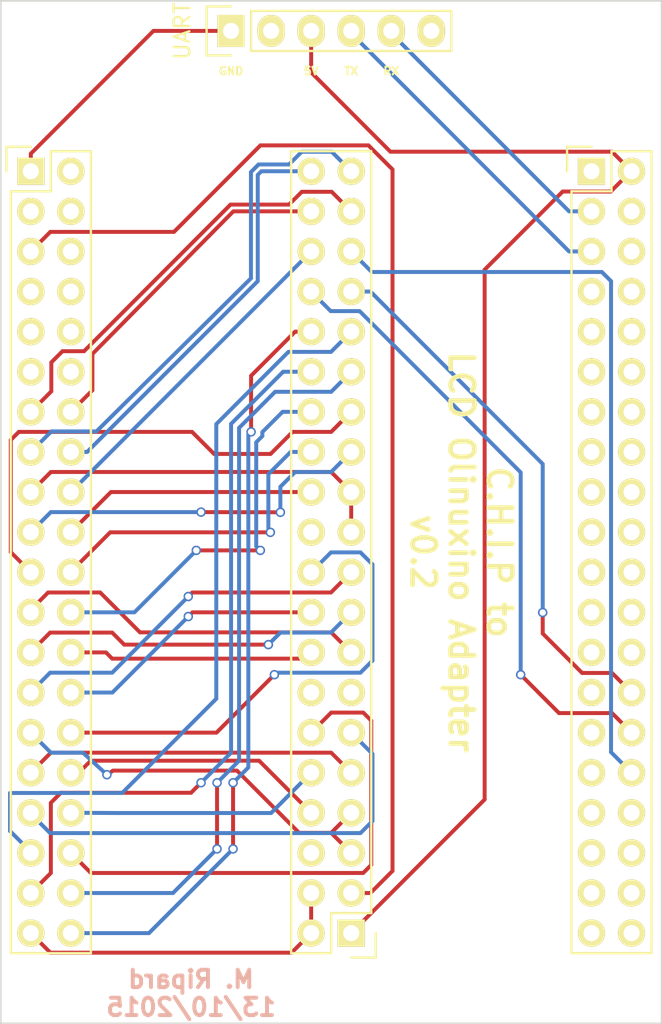
<source format=kicad_pcb>
(kicad_pcb (version 4) (host pcbnew 4.0.0-rc1-stable)

  (general
    (links 41)
    (no_connects 1)
    (area 130.044999 93.049266 172.055001 158.025001)
    (thickness 1.6)
    (drawings 10)
    (tracks 272)
    (zones 0)
    (modules 4)
    (nets 86)
  )

  (page A4)
  (title_block
    (title "CHIP to LCD Olinuxino")
    (date 2015-09-26)
    (rev 1)
    (company "Free Electrons")
  )

  (layers
    (0 F.Cu signal)
    (31 B.Cu signal)
    (32 B.Adhes user)
    (33 F.Adhes user)
    (34 B.Paste user)
    (35 F.Paste user)
    (36 B.SilkS user)
    (37 F.SilkS user)
    (38 B.Mask user)
    (39 F.Mask user)
    (40 Dwgs.User user)
    (41 Cmts.User user)
    (42 Eco1.User user)
    (43 Eco2.User user)
    (44 Edge.Cuts user)
    (45 Margin user)
    (46 B.CrtYd user)
    (47 F.CrtYd user)
    (48 B.Fab user)
    (49 F.Fab user)
  )

  (setup
    (last_trace_width 0.1524)
    (trace_clearance 0.1524)
    (zone_clearance 0.508)
    (zone_45_only no)
    (trace_min 0.1524)
    (segment_width 0.2)
    (edge_width 0.1)
    (via_size 0.635)
    (via_drill 0.3302)
    (via_min_size 0.635)
    (via_min_drill 0.3302)
    (uvia_size 0.3)
    (uvia_drill 0.1)
    (uvias_allowed no)
    (uvia_min_size 0)
    (uvia_min_drill 0)
    (pcb_text_width 0.3)
    (pcb_text_size 1.5 1.5)
    (mod_edge_width 0.15)
    (mod_text_size 1 1)
    (mod_text_width 0.15)
    (pad_size 1.5 1.5)
    (pad_drill 0.6)
    (pad_to_mask_clearance 0)
    (aux_axis_origin 132 104)
    (visible_elements FFFFFF7F)
    (pcbplotparams
      (layerselection 0x010f0_80000001)
      (usegerberextensions true)
      (excludeedgelayer true)
      (linewidth 0.100000)
      (plotframeref false)
      (viasonmask false)
      (mode 1)
      (useauxorigin false)
      (hpglpennumber 1)
      (hpglpenspeed 20)
      (hpglpendiameter 15)
      (hpglpenoverlay 2)
      (psnegative false)
      (psa4output false)
      (plotreference true)
      (plotvalue true)
      (plotinvisibletext false)
      (padsonsilk false)
      (subtractmaskfromsilk false)
      (outputformat 1)
      (mirror false)
      (drillshape 0)
      (scaleselection 1)
      (outputdirectory /home/max/Documents/KiCad/gerbers/))
  )

  (net 0 "")
  (net 1 /5V)
  (net 2 /3.3V)
  (net 3 /LCD_D18)
  (net 4 "Net-(U1-Pad6)")
  (net 5 /LCD_D19)
  (net 6 /LCD_D20)
  (net 7 /LCD_D21)
  (net 8 /LCD_D22)
  (net 9 /LCD_D23)
  (net 10 /LCD_D10)
  (net 11 "Net-(U1-Pad14)")
  (net 12 /LCD_D11)
  (net 13 /LCD_D12)
  (net 14 /LCD_D13)
  (net 15 /LCD_D14)
  (net 16 /LCD_D15)
  (net 17 /LCD_D2)
  (net 18 "Net-(U1-Pad22)")
  (net 19 /LCD_D3)
  (net 20 /LCD_D4)
  (net 21 /LCD_D5)
  (net 22 /LCD_D6)
  (net 23 /LCD_D7)
  (net 24 /LCD_HSYNC)
  (net 25 /LCD_VSYNC)
  (net 26 /LCD_CLK)
  (net 27 /LCD_DE)
  (net 28 /GPIO0)
  (net 29 /GPIO1)
  (net 30 /LCD_PWR)
  (net 31 /PWM0)
  (net 32 "Net-(U13-Pad2)")
  (net 33 "Net-(U13-Pad3)")
  (net 34 "Net-(U13-Pad4)")
  (net 35 "Net-(U13-Pad6)")
  (net 36 "Net-(U13-Pad7)")
  (net 37 "Net-(U13-Pad8)")
  (net 38 "Net-(U13-Pad9)")
  (net 39 "Net-(U13-Pad10)")
  (net 40 "Net-(U13-Pad11)")
  (net 41 "Net-(U13-Pad12)")
  (net 42 "Net-(U14-Pad4)")
  (net 43 "Net-(U14-Pad6)")
  (net 44 "Net-(U14-Pad7)")
  (net 45 "Net-(U14-Pad8)")
  (net 46 "Net-(U14-Pad9)")
  (net 47 "Net-(U14-Pad10)")
  (net 48 "Net-(U14-Pad11)")
  (net 49 "Net-(U14-Pad12)")
  (net 50 "Net-(U14-Pad13)")
  (net 51 "Net-(U14-Pad14)")
  (net 52 "Net-(U14-Pad15)")
  (net 53 "Net-(U14-Pad16)")
  (net 54 "Net-(U14-Pad17)")
  (net 55 "Net-(U14-Pad18)")
  (net 56 "Net-(U14-Pad19)")
  (net 57 "Net-(U14-Pad20)")
  (net 58 "Net-(U14-Pad21)")
  (net 59 "Net-(U14-Pad22)")
  (net 60 "Net-(U14-Pad23)")
  (net 61 "Net-(U14-Pad24)")
  (net 62 "Net-(U14-Pad25)")
  (net 63 "Net-(U14-Pad26)")
  (net 64 "Net-(U14-Pad29)")
  (net 65 "Net-(U14-Pad31)")
  (net 66 "Net-(U14-Pad33)")
  (net 67 "Net-(U14-Pad34)")
  (net 68 "Net-(U14-Pad35)")
  (net 69 "Net-(U14-Pad36)")
  (net 70 "Net-(U14-Pad37)")
  (net 71 "Net-(U14-Pad38)")
  (net 72 "Net-(U14-Pad40)")
  (net 73 /UART_TX)
  (net 74 /UART_RX)
  (net 75 "Net-(H1-Pad2)")
  (net 76 "Net-(H1-Pad6)")
  (net 77 /1W)
  (net 78 /GND)
  (net 79 "Net-(U14-Pad39)")
  (net 80 /TP_X-)
  (net 81 /TP_X+)
  (net 82 /TP_Y-)
  (net 83 /TP_Y+)
  (net 84 "Net-(U14-Pad1)")
  (net 85 /GND2)

  (net_class Default "Ceci est la Netclass par défaut"
    (clearance 0.1524)
    (trace_width 0.1524)
    (via_dia 0.635)
    (via_drill 0.3302)
    (uvia_dia 0.3)
    (uvia_drill 0.1)
    (add_net /1W)
    (add_net /3.3V)
    (add_net /5V)
    (add_net /GND)
    (add_net /GND2)
    (add_net /GPIO0)
    (add_net /GPIO1)
    (add_net /LCD_CLK)
    (add_net /LCD_D10)
    (add_net /LCD_D11)
    (add_net /LCD_D12)
    (add_net /LCD_D13)
    (add_net /LCD_D14)
    (add_net /LCD_D15)
    (add_net /LCD_D18)
    (add_net /LCD_D19)
    (add_net /LCD_D2)
    (add_net /LCD_D20)
    (add_net /LCD_D21)
    (add_net /LCD_D22)
    (add_net /LCD_D23)
    (add_net /LCD_D3)
    (add_net /LCD_D4)
    (add_net /LCD_D5)
    (add_net /LCD_D6)
    (add_net /LCD_D7)
    (add_net /LCD_DE)
    (add_net /LCD_HSYNC)
    (add_net /LCD_PWR)
    (add_net /LCD_VSYNC)
    (add_net /PWM0)
    (add_net /TP_X+)
    (add_net /TP_X-)
    (add_net /TP_Y+)
    (add_net /TP_Y-)
    (add_net /UART_RX)
    (add_net /UART_TX)
    (add_net "Net-(H1-Pad2)")
    (add_net "Net-(H1-Pad6)")
    (add_net "Net-(U1-Pad14)")
    (add_net "Net-(U1-Pad22)")
    (add_net "Net-(U1-Pad6)")
    (add_net "Net-(U13-Pad10)")
    (add_net "Net-(U13-Pad11)")
    (add_net "Net-(U13-Pad12)")
    (add_net "Net-(U13-Pad2)")
    (add_net "Net-(U13-Pad3)")
    (add_net "Net-(U13-Pad4)")
    (add_net "Net-(U13-Pad6)")
    (add_net "Net-(U13-Pad7)")
    (add_net "Net-(U13-Pad8)")
    (add_net "Net-(U13-Pad9)")
    (add_net "Net-(U14-Pad1)")
    (add_net "Net-(U14-Pad10)")
    (add_net "Net-(U14-Pad11)")
    (add_net "Net-(U14-Pad12)")
    (add_net "Net-(U14-Pad13)")
    (add_net "Net-(U14-Pad14)")
    (add_net "Net-(U14-Pad15)")
    (add_net "Net-(U14-Pad16)")
    (add_net "Net-(U14-Pad17)")
    (add_net "Net-(U14-Pad18)")
    (add_net "Net-(U14-Pad19)")
    (add_net "Net-(U14-Pad20)")
    (add_net "Net-(U14-Pad21)")
    (add_net "Net-(U14-Pad22)")
    (add_net "Net-(U14-Pad23)")
    (add_net "Net-(U14-Pad24)")
    (add_net "Net-(U14-Pad25)")
    (add_net "Net-(U14-Pad26)")
    (add_net "Net-(U14-Pad29)")
    (add_net "Net-(U14-Pad31)")
    (add_net "Net-(U14-Pad33)")
    (add_net "Net-(U14-Pad34)")
    (add_net "Net-(U14-Pad35)")
    (add_net "Net-(U14-Pad36)")
    (add_net "Net-(U14-Pad37)")
    (add_net "Net-(U14-Pad38)")
    (add_net "Net-(U14-Pad39)")
    (add_net "Net-(U14-Pad4)")
    (add_net "Net-(U14-Pad40)")
    (add_net "Net-(U14-Pad6)")
    (add_net "Net-(U14-Pad7)")
    (add_net "Net-(U14-Pad8)")
    (add_net "Net-(U14-Pad9)")
  )

  (module Pin_Headers:Pin_Header_Straight_2x20 (layer F.Cu) (tedit 56291CB9) (tstamp 5606F87E)
    (at 152.32 152.26 180)
    (descr "Through hole pin header")
    (tags "pin header")
    (path /560683F5)
    (fp_text reference U1 (at 1.27 -2.54 180) (layer F.Fab)
      (effects (font (size 1 1) (thickness 0.15)))
    )
    (fp_text value "LCD Olinuxino Connector" (at 5 24 270) (layer B.Fab)
      (effects (font (size 1 1) (thickness 0.15)) (justify mirror))
    )
    (fp_line (start -1.75 -1.75) (end -1.75 50.05) (layer F.CrtYd) (width 0.05))
    (fp_line (start 4.3 -1.75) (end 4.3 50.05) (layer F.CrtYd) (width 0.05))
    (fp_line (start -1.75 -1.75) (end 4.3 -1.75) (layer F.CrtYd) (width 0.05))
    (fp_line (start -1.75 50.05) (end 4.3 50.05) (layer F.CrtYd) (width 0.05))
    (fp_line (start 3.81 49.53) (end 3.81 -1.27) (layer F.SilkS) (width 0.15))
    (fp_line (start -1.27 1.27) (end -1.27 49.53) (layer F.SilkS) (width 0.15))
    (fp_line (start 3.81 49.53) (end -1.27 49.53) (layer F.SilkS) (width 0.15))
    (fp_line (start 3.81 -1.27) (end 1.27 -1.27) (layer F.SilkS) (width 0.15))
    (fp_line (start 0 -1.55) (end -1.55 -1.55) (layer F.SilkS) (width 0.15))
    (fp_line (start 1.27 -1.27) (end 1.27 1.27) (layer F.SilkS) (width 0.15))
    (fp_line (start 1.27 1.27) (end -1.27 1.27) (layer F.SilkS) (width 0.15))
    (fp_line (start -1.55 -1.55) (end -1.55 0) (layer F.SilkS) (width 0.15))
    (pad 1 thru_hole rect (at 0 0 180) (size 1.7272 1.7272) (drill 1.016) (layers *.Cu *.Mask F.SilkS)
      (net 1 /5V))
    (pad 2 thru_hole oval (at 2.54 0 180) (size 1.7272 1.7272) (drill 1.016) (layers *.Cu *.Mask F.SilkS)
      (net 85 /GND2))
    (pad 3 thru_hole oval (at 0 2.54 180) (size 1.7272 1.7272) (drill 1.016) (layers *.Cu *.Mask F.SilkS)
      (net 2 /3.3V))
    (pad 4 thru_hole oval (at 2.54 2.54 180) (size 1.7272 1.7272) (drill 1.016) (layers *.Cu *.Mask F.SilkS)
      (net 85 /GND2))
    (pad 5 thru_hole oval (at 0 5.08 180) (size 1.7272 1.7272) (drill 1.016) (layers *.Cu *.Mask F.SilkS)
      (net 3 /LCD_D18))
    (pad 6 thru_hole oval (at 2.54 5.08 180) (size 1.7272 1.7272) (drill 1.016) (layers *.Cu *.Mask F.SilkS)
      (net 4 "Net-(U1-Pad6)"))
    (pad 7 thru_hole oval (at 0 7.62 180) (size 1.7272 1.7272) (drill 1.016) (layers *.Cu *.Mask F.SilkS)
      (net 3 /LCD_D18))
    (pad 8 thru_hole oval (at 2.54 7.62 180) (size 1.7272 1.7272) (drill 1.016) (layers *.Cu *.Mask F.SilkS)
      (net 5 /LCD_D19))
    (pad 9 thru_hole oval (at 0 10.16 180) (size 1.7272 1.7272) (drill 1.016) (layers *.Cu *.Mask F.SilkS)
      (net 6 /LCD_D20))
    (pad 10 thru_hole oval (at 2.54 10.16 180) (size 1.7272 1.7272) (drill 1.016) (layers *.Cu *.Mask F.SilkS)
      (net 7 /LCD_D21))
    (pad 11 thru_hole oval (at 0 12.7 180) (size 1.7272 1.7272) (drill 1.016) (layers *.Cu *.Mask F.SilkS)
      (net 8 /LCD_D22))
    (pad 12 thru_hole oval (at 2.54 12.7 180) (size 1.7272 1.7272) (drill 1.016) (layers *.Cu *.Mask F.SilkS)
      (net 9 /LCD_D23))
    (pad 13 thru_hole oval (at 0 15.24 180) (size 1.7272 1.7272) (drill 1.016) (layers *.Cu *.Mask F.SilkS)
      (net 10 /LCD_D10))
    (pad 14 thru_hole oval (at 2.54 15.24 180) (size 1.7272 1.7272) (drill 1.016) (layers *.Cu *.Mask F.SilkS)
      (net 11 "Net-(U1-Pad14)"))
    (pad 15 thru_hole oval (at 0 17.78 180) (size 1.7272 1.7272) (drill 1.016) (layers *.Cu *.Mask F.SilkS)
      (net 10 /LCD_D10))
    (pad 16 thru_hole oval (at 2.54 17.78 180) (size 1.7272 1.7272) (drill 1.016) (layers *.Cu *.Mask F.SilkS)
      (net 12 /LCD_D11))
    (pad 17 thru_hole oval (at 0 20.32 180) (size 1.7272 1.7272) (drill 1.016) (layers *.Cu *.Mask F.SilkS)
      (net 13 /LCD_D12))
    (pad 18 thru_hole oval (at 2.54 20.32 180) (size 1.7272 1.7272) (drill 1.016) (layers *.Cu *.Mask F.SilkS)
      (net 14 /LCD_D13))
    (pad 19 thru_hole oval (at 0 22.86 180) (size 1.7272 1.7272) (drill 1.016) (layers *.Cu *.Mask F.SilkS)
      (net 15 /LCD_D14))
    (pad 20 thru_hole oval (at 2.54 22.86 180) (size 1.7272 1.7272) (drill 1.016) (layers *.Cu *.Mask F.SilkS)
      (net 16 /LCD_D15))
    (pad 21 thru_hole oval (at 0 25.4 180) (size 1.7272 1.7272) (drill 1.016) (layers *.Cu *.Mask F.SilkS)
      (net 17 /LCD_D2))
    (pad 22 thru_hole oval (at 2.54 25.4 180) (size 1.7272 1.7272) (drill 1.016) (layers *.Cu *.Mask F.SilkS)
      (net 18 "Net-(U1-Pad22)"))
    (pad 23 thru_hole oval (at 0 27.94 180) (size 1.7272 1.7272) (drill 1.016) (layers *.Cu *.Mask F.SilkS)
      (net 17 /LCD_D2))
    (pad 24 thru_hole oval (at 2.54 27.94 180) (size 1.7272 1.7272) (drill 1.016) (layers *.Cu *.Mask F.SilkS)
      (net 19 /LCD_D3))
    (pad 25 thru_hole oval (at 0 30.48 180) (size 1.7272 1.7272) (drill 1.016) (layers *.Cu *.Mask F.SilkS)
      (net 20 /LCD_D4))
    (pad 26 thru_hole oval (at 2.54 30.48 180) (size 1.7272 1.7272) (drill 1.016) (layers *.Cu *.Mask F.SilkS)
      (net 21 /LCD_D5))
    (pad 27 thru_hole oval (at 0 33.02 180) (size 1.7272 1.7272) (drill 1.016) (layers *.Cu *.Mask F.SilkS)
      (net 22 /LCD_D6))
    (pad 28 thru_hole oval (at 2.54 33.02 180) (size 1.7272 1.7272) (drill 1.016) (layers *.Cu *.Mask F.SilkS)
      (net 23 /LCD_D7))
    (pad 29 thru_hole oval (at 0 35.56 180) (size 1.7272 1.7272) (drill 1.016) (layers *.Cu *.Mask F.SilkS)
      (net 24 /LCD_HSYNC))
    (pad 30 thru_hole oval (at 2.54 35.56 180) (size 1.7272 1.7272) (drill 1.016) (layers *.Cu *.Mask F.SilkS)
      (net 25 /LCD_VSYNC))
    (pad 31 thru_hole oval (at 0 38.1 180) (size 1.7272 1.7272) (drill 1.016) (layers *.Cu *.Mask F.SilkS)
      (net 26 /LCD_CLK))
    (pad 32 thru_hole oval (at 2.54 38.1 180) (size 1.7272 1.7272) (drill 1.016) (layers *.Cu *.Mask F.SilkS)
      (net 27 /LCD_DE))
    (pad 33 thru_hole oval (at 0 40.64 180) (size 1.7272 1.7272) (drill 1.016) (layers *.Cu *.Mask F.SilkS)
      (net 28 /GPIO0))
    (pad 34 thru_hole oval (at 2.54 40.64 180) (size 1.7272 1.7272) (drill 1.016) (layers *.Cu *.Mask F.SilkS)
      (net 29 /GPIO1))
    (pad 35 thru_hole oval (at 0 43.18 180) (size 1.7272 1.7272) (drill 1.016) (layers *.Cu *.Mask F.SilkS)
      (net 30 /LCD_PWR))
    (pad 36 thru_hole oval (at 2.54 43.18 180) (size 1.7272 1.7272) (drill 1.016) (layers *.Cu *.Mask F.SilkS)
      (net 31 /PWM0))
    (pad 37 thru_hole oval (at 0 45.72 180) (size 1.7272 1.7272) (drill 1.016) (layers *.Cu *.Mask F.SilkS)
      (net 80 /TP_X-))
    (pad 38 thru_hole oval (at 2.54 45.72 180) (size 1.7272 1.7272) (drill 1.016) (layers *.Cu *.Mask F.SilkS)
      (net 81 /TP_X+))
    (pad 39 thru_hole oval (at 0 48.26 180) (size 1.7272 1.7272) (drill 1.016) (layers *.Cu *.Mask F.SilkS)
      (net 82 /TP_Y-))
    (pad 40 thru_hole oval (at 2.54 48.26 180) (size 1.7272 1.7272) (drill 1.016) (layers *.Cu *.Mask F.SilkS)
      (net 83 /TP_Y+))
    (model Pin_Headers.3dshapes/Pin_Header_Straight_2x20.wrl
      (at (xyz 0.05 -0.95 0))
      (scale (xyz 1 1 1))
      (rotate (xyz 0 0 90))
    )
  )

  (module Pin_Headers:Pin_Header_Straight_2x20 (layer F.Cu) (tedit 56291CCC) (tstamp 5606F8B6)
    (at 132 104)
    (descr "Through hole pin header")
    (tags "pin header")
    (path /560683D7)
    (fp_text reference U13 (at 1.27 -2.54) (layer F.Fab)
      (effects (font (size 1 1) (thickness 0.15)))
    )
    (fp_text value "LCD Connector" (at 5 24 90) (layer B.Fab)
      (effects (font (size 1 1) (thickness 0.15)) (justify mirror))
    )
    (fp_line (start -1.75 -1.75) (end -1.75 50.05) (layer F.CrtYd) (width 0.05))
    (fp_line (start 4.3 -1.75) (end 4.3 50.05) (layer F.CrtYd) (width 0.05))
    (fp_line (start -1.75 -1.75) (end 4.3 -1.75) (layer F.CrtYd) (width 0.05))
    (fp_line (start -1.75 50.05) (end 4.3 50.05) (layer F.CrtYd) (width 0.05))
    (fp_line (start 3.81 49.53) (end 3.81 -1.27) (layer F.SilkS) (width 0.15))
    (fp_line (start -1.27 1.27) (end -1.27 49.53) (layer F.SilkS) (width 0.15))
    (fp_line (start 3.81 49.53) (end -1.27 49.53) (layer F.SilkS) (width 0.15))
    (fp_line (start 3.81 -1.27) (end 1.27 -1.27) (layer F.SilkS) (width 0.15))
    (fp_line (start 0 -1.55) (end -1.55 -1.55) (layer F.SilkS) (width 0.15))
    (fp_line (start 1.27 -1.27) (end 1.27 1.27) (layer F.SilkS) (width 0.15))
    (fp_line (start 1.27 1.27) (end -1.27 1.27) (layer F.SilkS) (width 0.15))
    (fp_line (start -1.55 -1.55) (end -1.55 0) (layer F.SilkS) (width 0.15))
    (pad 1 thru_hole rect (at 0 0) (size 1.7272 1.7272) (drill 1.016) (layers *.Cu *.Mask F.SilkS)
      (net 78 /GND))
    (pad 2 thru_hole oval (at 2.54 0) (size 1.7272 1.7272) (drill 1.016) (layers *.Cu *.Mask F.SilkS)
      (net 32 "Net-(U13-Pad2)"))
    (pad 3 thru_hole oval (at 0 2.54) (size 1.7272 1.7272) (drill 1.016) (layers *.Cu *.Mask F.SilkS)
      (net 33 "Net-(U13-Pad3)"))
    (pad 4 thru_hole oval (at 2.54 2.54) (size 1.7272 1.7272) (drill 1.016) (layers *.Cu *.Mask F.SilkS)
      (net 34 "Net-(U13-Pad4)"))
    (pad 5 thru_hole oval (at 0 5.08) (size 1.7272 1.7272) (drill 1.016) (layers *.Cu *.Mask F.SilkS)
      (net 2 /3.3V))
    (pad 6 thru_hole oval (at 2.54 5.08) (size 1.7272 1.7272) (drill 1.016) (layers *.Cu *.Mask F.SilkS)
      (net 35 "Net-(U13-Pad6)"))
    (pad 7 thru_hole oval (at 0 7.62) (size 1.7272 1.7272) (drill 1.016) (layers *.Cu *.Mask F.SilkS)
      (net 36 "Net-(U13-Pad7)"))
    (pad 8 thru_hole oval (at 2.54 7.62) (size 1.7272 1.7272) (drill 1.016) (layers *.Cu *.Mask F.SilkS)
      (net 37 "Net-(U13-Pad8)"))
    (pad 9 thru_hole oval (at 0 10.16) (size 1.7272 1.7272) (drill 1.016) (layers *.Cu *.Mask F.SilkS)
      (net 38 "Net-(U13-Pad9)"))
    (pad 10 thru_hole oval (at 2.54 10.16) (size 1.7272 1.7272) (drill 1.016) (layers *.Cu *.Mask F.SilkS)
      (net 39 "Net-(U13-Pad10)"))
    (pad 11 thru_hole oval (at 0 12.7) (size 1.7272 1.7272) (drill 1.016) (layers *.Cu *.Mask F.SilkS)
      (net 40 "Net-(U13-Pad11)"))
    (pad 12 thru_hole oval (at 2.54 12.7) (size 1.7272 1.7272) (drill 1.016) (layers *.Cu *.Mask F.SilkS)
      (net 41 "Net-(U13-Pad12)"))
    (pad 13 thru_hole oval (at 0 15.24) (size 1.7272 1.7272) (drill 1.016) (layers *.Cu *.Mask F.SilkS)
      (net 80 /TP_X-))
    (pad 14 thru_hole oval (at 2.54 15.24) (size 1.7272 1.7272) (drill 1.016) (layers *.Cu *.Mask F.SilkS)
      (net 81 /TP_X+))
    (pad 15 thru_hole oval (at 0 17.78) (size 1.7272 1.7272) (drill 1.016) (layers *.Cu *.Mask F.SilkS)
      (net 82 /TP_Y-))
    (pad 16 thru_hole oval (at 2.54 17.78) (size 1.7272 1.7272) (drill 1.016) (layers *.Cu *.Mask F.SilkS)
      (net 83 /TP_Y+))
    (pad 17 thru_hole oval (at 0 20.32) (size 1.7272 1.7272) (drill 1.016) (layers *.Cu *.Mask F.SilkS)
      (net 17 /LCD_D2))
    (pad 18 thru_hole oval (at 2.54 20.32) (size 1.7272 1.7272) (drill 1.016) (layers *.Cu *.Mask F.SilkS)
      (net 31 /PWM0))
    (pad 19 thru_hole oval (at 0 22.86) (size 1.7272 1.7272) (drill 1.016) (layers *.Cu *.Mask F.SilkS)
      (net 20 /LCD_D4))
    (pad 20 thru_hole oval (at 2.54 22.86) (size 1.7272 1.7272) (drill 1.016) (layers *.Cu *.Mask F.SilkS)
      (net 19 /LCD_D3))
    (pad 21 thru_hole oval (at 0 25.4) (size 1.7272 1.7272) (drill 1.016) (layers *.Cu *.Mask F.SilkS)
      (net 22 /LCD_D6))
    (pad 22 thru_hole oval (at 2.54 25.4) (size 1.7272 1.7272) (drill 1.016) (layers *.Cu *.Mask F.SilkS)
      (net 21 /LCD_D5))
    (pad 23 thru_hole oval (at 0 27.94) (size 1.7272 1.7272) (drill 1.016) (layers *.Cu *.Mask F.SilkS)
      (net 10 /LCD_D10))
    (pad 24 thru_hole oval (at 2.54 27.94) (size 1.7272 1.7272) (drill 1.016) (layers *.Cu *.Mask F.SilkS)
      (net 23 /LCD_D7))
    (pad 25 thru_hole oval (at 0 30.48) (size 1.7272 1.7272) (drill 1.016) (layers *.Cu *.Mask F.SilkS)
      (net 13 /LCD_D12))
    (pad 26 thru_hole oval (at 2.54 30.48) (size 1.7272 1.7272) (drill 1.016) (layers *.Cu *.Mask F.SilkS)
      (net 12 /LCD_D11))
    (pad 27 thru_hole oval (at 0 33.02) (size 1.7272 1.7272) (drill 1.016) (layers *.Cu *.Mask F.SilkS)
      (net 15 /LCD_D14))
    (pad 28 thru_hole oval (at 2.54 33.02) (size 1.7272 1.7272) (drill 1.016) (layers *.Cu *.Mask F.SilkS)
      (net 14 /LCD_D13))
    (pad 29 thru_hole oval (at 0 35.56) (size 1.7272 1.7272) (drill 1.016) (layers *.Cu *.Mask F.SilkS)
      (net 3 /LCD_D18))
    (pad 30 thru_hole oval (at 2.54 35.56) (size 1.7272 1.7272) (drill 1.016) (layers *.Cu *.Mask F.SilkS)
      (net 16 /LCD_D15))
    (pad 31 thru_hole oval (at 0 38.1) (size 1.7272 1.7272) (drill 1.016) (layers *.Cu *.Mask F.SilkS)
      (net 6 /LCD_D20))
    (pad 32 thru_hole oval (at 2.54 38.1) (size 1.7272 1.7272) (drill 1.016) (layers *.Cu *.Mask F.SilkS)
      (net 5 /LCD_D19))
    (pad 33 thru_hole oval (at 0 40.64) (size 1.7272 1.7272) (drill 1.016) (layers *.Cu *.Mask F.SilkS)
      (net 8 /LCD_D22))
    (pad 34 thru_hole oval (at 2.54 40.64) (size 1.7272 1.7272) (drill 1.016) (layers *.Cu *.Mask F.SilkS)
      (net 7 /LCD_D21))
    (pad 35 thru_hole oval (at 0 43.18) (size 1.7272 1.7272) (drill 1.016) (layers *.Cu *.Mask F.SilkS)
      (net 26 /LCD_CLK))
    (pad 36 thru_hole oval (at 2.54 43.18) (size 1.7272 1.7272) (drill 1.016) (layers *.Cu *.Mask F.SilkS)
      (net 9 /LCD_D23))
    (pad 37 thru_hole oval (at 0 45.72) (size 1.7272 1.7272) (drill 1.016) (layers *.Cu *.Mask F.SilkS)
      (net 25 /LCD_VSYNC))
    (pad 38 thru_hole oval (at 2.54 45.72) (size 1.7272 1.7272) (drill 1.016) (layers *.Cu *.Mask F.SilkS)
      (net 24 /LCD_HSYNC))
    (pad 39 thru_hole oval (at 0 48.26) (size 1.7272 1.7272) (drill 1.016) (layers *.Cu *.Mask F.SilkS)
      (net 85 /GND2))
    (pad 40 thru_hole oval (at 2.54 48.26) (size 1.7272 1.7272) (drill 1.016) (layers *.Cu *.Mask F.SilkS)
      (net 27 /LCD_DE))
    (model Pin_Headers.3dshapes/Pin_Header_Straight_2x20.wrl
      (at (xyz 0.05 -0.95 0))
      (scale (xyz 1 1 1))
      (rotate (xyz 0 0 90))
    )
  )

  (module Pin_Headers:Pin_Header_Straight_2x20 (layer F.Cu) (tedit 56291CBE) (tstamp 5606F8EE)
    (at 167.56 104)
    (descr "Through hole pin header")
    (tags "pin header")
    (path /560683E6)
    (fp_text reference U14 (at 1.27 -2.54) (layer F.Fab)
      (effects (font (size 1 1) (thickness 0.15)))
    )
    (fp_text value "Generic Connector" (at -3 24 90) (layer B.Fab)
      (effects (font (size 1 1) (thickness 0.15)) (justify mirror))
    )
    (fp_line (start -1.75 -1.75) (end -1.75 50.05) (layer F.CrtYd) (width 0.05))
    (fp_line (start 4.3 -1.75) (end 4.3 50.05) (layer F.CrtYd) (width 0.05))
    (fp_line (start -1.75 -1.75) (end 4.3 -1.75) (layer F.CrtYd) (width 0.05))
    (fp_line (start -1.75 50.05) (end 4.3 50.05) (layer F.CrtYd) (width 0.05))
    (fp_line (start 3.81 49.53) (end 3.81 -1.27) (layer F.SilkS) (width 0.15))
    (fp_line (start -1.27 1.27) (end -1.27 49.53) (layer F.SilkS) (width 0.15))
    (fp_line (start 3.81 49.53) (end -1.27 49.53) (layer F.SilkS) (width 0.15))
    (fp_line (start 3.81 -1.27) (end 1.27 -1.27) (layer F.SilkS) (width 0.15))
    (fp_line (start 0 -1.55) (end -1.55 -1.55) (layer F.SilkS) (width 0.15))
    (fp_line (start 1.27 -1.27) (end 1.27 1.27) (layer F.SilkS) (width 0.15))
    (fp_line (start 1.27 1.27) (end -1.27 1.27) (layer F.SilkS) (width 0.15))
    (fp_line (start -1.55 -1.55) (end -1.55 0) (layer F.SilkS) (width 0.15))
    (pad 1 thru_hole rect (at 0 0) (size 1.7272 1.7272) (drill 1.016) (layers *.Cu *.Mask F.SilkS)
      (net 84 "Net-(U14-Pad1)"))
    (pad 2 thru_hole oval (at 2.54 0) (size 1.7272 1.7272) (drill 1.016) (layers *.Cu *.Mask F.SilkS)
      (net 1 /5V))
    (pad 3 thru_hole oval (at 0 2.54) (size 1.7272 1.7272) (drill 1.016) (layers *.Cu *.Mask F.SilkS)
      (net 73 /UART_TX))
    (pad 4 thru_hole oval (at 2.54 2.54) (size 1.7272 1.7272) (drill 1.016) (layers *.Cu *.Mask F.SilkS)
      (net 42 "Net-(U14-Pad4)"))
    (pad 5 thru_hole oval (at 0 5.08) (size 1.7272 1.7272) (drill 1.016) (layers *.Cu *.Mask F.SilkS)
      (net 74 /UART_RX))
    (pad 6 thru_hole oval (at 2.54 5.08) (size 1.7272 1.7272) (drill 1.016) (layers *.Cu *.Mask F.SilkS)
      (net 43 "Net-(U14-Pad6)"))
    (pad 7 thru_hole oval (at 0 7.62) (size 1.7272 1.7272) (drill 1.016) (layers *.Cu *.Mask F.SilkS)
      (net 44 "Net-(U14-Pad7)"))
    (pad 8 thru_hole oval (at 2.54 7.62) (size 1.7272 1.7272) (drill 1.016) (layers *.Cu *.Mask F.SilkS)
      (net 45 "Net-(U14-Pad8)"))
    (pad 9 thru_hole oval (at 0 10.16) (size 1.7272 1.7272) (drill 1.016) (layers *.Cu *.Mask F.SilkS)
      (net 46 "Net-(U14-Pad9)"))
    (pad 10 thru_hole oval (at 2.54 10.16) (size 1.7272 1.7272) (drill 1.016) (layers *.Cu *.Mask F.SilkS)
      (net 47 "Net-(U14-Pad10)"))
    (pad 11 thru_hole oval (at 0 12.7) (size 1.7272 1.7272) (drill 1.016) (layers *.Cu *.Mask F.SilkS)
      (net 48 "Net-(U14-Pad11)"))
    (pad 12 thru_hole oval (at 2.54 12.7) (size 1.7272 1.7272) (drill 1.016) (layers *.Cu *.Mask F.SilkS)
      (net 49 "Net-(U14-Pad12)"))
    (pad 13 thru_hole oval (at 0 15.24) (size 1.7272 1.7272) (drill 1.016) (layers *.Cu *.Mask F.SilkS)
      (net 50 "Net-(U14-Pad13)"))
    (pad 14 thru_hole oval (at 2.54 15.24) (size 1.7272 1.7272) (drill 1.016) (layers *.Cu *.Mask F.SilkS)
      (net 51 "Net-(U14-Pad14)"))
    (pad 15 thru_hole oval (at 0 17.78) (size 1.7272 1.7272) (drill 1.016) (layers *.Cu *.Mask F.SilkS)
      (net 52 "Net-(U14-Pad15)"))
    (pad 16 thru_hole oval (at 2.54 17.78) (size 1.7272 1.7272) (drill 1.016) (layers *.Cu *.Mask F.SilkS)
      (net 53 "Net-(U14-Pad16)"))
    (pad 17 thru_hole oval (at 0 20.32) (size 1.7272 1.7272) (drill 1.016) (layers *.Cu *.Mask F.SilkS)
      (net 54 "Net-(U14-Pad17)"))
    (pad 18 thru_hole oval (at 2.54 20.32) (size 1.7272 1.7272) (drill 1.016) (layers *.Cu *.Mask F.SilkS)
      (net 55 "Net-(U14-Pad18)"))
    (pad 19 thru_hole oval (at 0 22.86) (size 1.7272 1.7272) (drill 1.016) (layers *.Cu *.Mask F.SilkS)
      (net 56 "Net-(U14-Pad19)"))
    (pad 20 thru_hole oval (at 2.54 22.86) (size 1.7272 1.7272) (drill 1.016) (layers *.Cu *.Mask F.SilkS)
      (net 57 "Net-(U14-Pad20)"))
    (pad 21 thru_hole oval (at 0 25.4) (size 1.7272 1.7272) (drill 1.016) (layers *.Cu *.Mask F.SilkS)
      (net 58 "Net-(U14-Pad21)"))
    (pad 22 thru_hole oval (at 2.54 25.4) (size 1.7272 1.7272) (drill 1.016) (layers *.Cu *.Mask F.SilkS)
      (net 59 "Net-(U14-Pad22)"))
    (pad 23 thru_hole oval (at 0 27.94) (size 1.7272 1.7272) (drill 1.016) (layers *.Cu *.Mask F.SilkS)
      (net 60 "Net-(U14-Pad23)"))
    (pad 24 thru_hole oval (at 2.54 27.94) (size 1.7272 1.7272) (drill 1.016) (layers *.Cu *.Mask F.SilkS)
      (net 61 "Net-(U14-Pad24)"))
    (pad 25 thru_hole oval (at 0 30.48) (size 1.7272 1.7272) (drill 1.016) (layers *.Cu *.Mask F.SilkS)
      (net 62 "Net-(U14-Pad25)"))
    (pad 26 thru_hole oval (at 2.54 30.48) (size 1.7272 1.7272) (drill 1.016) (layers *.Cu *.Mask F.SilkS)
      (net 63 "Net-(U14-Pad26)"))
    (pad 27 thru_hole oval (at 0 33.02) (size 1.7272 1.7272) (drill 1.016) (layers *.Cu *.Mask F.SilkS)
      (net 77 /1W))
    (pad 28 thru_hole oval (at 2.54 33.02) (size 1.7272 1.7272) (drill 1.016) (layers *.Cu *.Mask F.SilkS)
      (net 28 /GPIO0))
    (pad 29 thru_hole oval (at 0 35.56) (size 1.7272 1.7272) (drill 1.016) (layers *.Cu *.Mask F.SilkS)
      (net 64 "Net-(U14-Pad29)"))
    (pad 30 thru_hole oval (at 2.54 35.56) (size 1.7272 1.7272) (drill 1.016) (layers *.Cu *.Mask F.SilkS)
      (net 29 /GPIO1))
    (pad 31 thru_hole oval (at 0 38.1) (size 1.7272 1.7272) (drill 1.016) (layers *.Cu *.Mask F.SilkS)
      (net 65 "Net-(U14-Pad31)"))
    (pad 32 thru_hole oval (at 2.54 38.1) (size 1.7272 1.7272) (drill 1.016) (layers *.Cu *.Mask F.SilkS)
      (net 30 /LCD_PWR))
    (pad 33 thru_hole oval (at 0 40.64) (size 1.7272 1.7272) (drill 1.016) (layers *.Cu *.Mask F.SilkS)
      (net 66 "Net-(U14-Pad33)"))
    (pad 34 thru_hole oval (at 2.54 40.64) (size 1.7272 1.7272) (drill 1.016) (layers *.Cu *.Mask F.SilkS)
      (net 67 "Net-(U14-Pad34)"))
    (pad 35 thru_hole oval (at 0 43.18) (size 1.7272 1.7272) (drill 1.016) (layers *.Cu *.Mask F.SilkS)
      (net 68 "Net-(U14-Pad35)"))
    (pad 36 thru_hole oval (at 2.54 43.18) (size 1.7272 1.7272) (drill 1.016) (layers *.Cu *.Mask F.SilkS)
      (net 69 "Net-(U14-Pad36)"))
    (pad 37 thru_hole oval (at 0 45.72) (size 1.7272 1.7272) (drill 1.016) (layers *.Cu *.Mask F.SilkS)
      (net 70 "Net-(U14-Pad37)"))
    (pad 38 thru_hole oval (at 2.54 45.72) (size 1.7272 1.7272) (drill 1.016) (layers *.Cu *.Mask F.SilkS)
      (net 71 "Net-(U14-Pad38)"))
    (pad 39 thru_hole oval (at 0 48.26) (size 1.7272 1.7272) (drill 1.016) (layers *.Cu *.Mask F.SilkS)
      (net 79 "Net-(U14-Pad39)"))
    (pad 40 thru_hole oval (at 2.54 48.26) (size 1.7272 1.7272) (drill 1.016) (layers *.Cu *.Mask F.SilkS)
      (net 72 "Net-(U14-Pad40)"))
    (model Pin_Headers.3dshapes/Pin_Header_Straight_2x20.wrl
      (at (xyz 0.05 -0.95 0))
      (scale (xyz 1 1 1))
      (rotate (xyz 0 0 90))
    )
  )

  (module Pin_Headers:Pin_Header_Straight_1x06 (layer F.Cu) (tedit 56152D1A) (tstamp 56152A71)
    (at 144.7 95.11 90)
    (descr "Through hole pin header")
    (tags "pin header")
    (path /5615279E)
    (fp_text reference H1 (at 0 -5.1 90) (layer F.SilkS) hide
      (effects (font (size 1 1) (thickness 0.15)))
    )
    (fp_text value UART (at 0 -3.1 90) (layer F.SilkS)
      (effects (font (size 1 1) (thickness 0.15)))
    )
    (fp_line (start -1.75 -1.75) (end -1.75 14.45) (layer F.CrtYd) (width 0.05))
    (fp_line (start 1.75 -1.75) (end 1.75 14.45) (layer F.CrtYd) (width 0.05))
    (fp_line (start -1.75 -1.75) (end 1.75 -1.75) (layer F.CrtYd) (width 0.05))
    (fp_line (start -1.75 14.45) (end 1.75 14.45) (layer F.CrtYd) (width 0.05))
    (fp_line (start 1.27 1.27) (end 1.27 13.97) (layer F.SilkS) (width 0.15))
    (fp_line (start 1.27 13.97) (end -1.27 13.97) (layer F.SilkS) (width 0.15))
    (fp_line (start -1.27 13.97) (end -1.27 1.27) (layer F.SilkS) (width 0.15))
    (fp_line (start 1.55 -1.55) (end 1.55 0) (layer F.SilkS) (width 0.15))
    (fp_line (start 1.27 1.27) (end -1.27 1.27) (layer F.SilkS) (width 0.15))
    (fp_line (start -1.55 0) (end -1.55 -1.55) (layer F.SilkS) (width 0.15))
    (fp_line (start -1.55 -1.55) (end 1.55 -1.55) (layer F.SilkS) (width 0.15))
    (pad 1 thru_hole rect (at 0 0 90) (size 2.032 1.7272) (drill 1.016) (layers *.Cu *.Mask F.SilkS)
      (net 78 /GND))
    (pad 2 thru_hole oval (at 0 2.54 90) (size 2.032 1.7272) (drill 1.016) (layers *.Cu *.Mask F.SilkS)
      (net 75 "Net-(H1-Pad2)"))
    (pad 3 thru_hole oval (at 0 5.08 90) (size 2.032 1.7272) (drill 1.016) (layers *.Cu *.Mask F.SilkS)
      (net 1 /5V))
    (pad 4 thru_hole oval (at 0 7.62 90) (size 2.032 1.7272) (drill 1.016) (layers *.Cu *.Mask F.SilkS)
      (net 74 /UART_RX))
    (pad 5 thru_hole oval (at 0 10.16 90) (size 2.032 1.7272) (drill 1.016) (layers *.Cu *.Mask F.SilkS)
      (net 73 /UART_TX))
    (pad 6 thru_hole oval (at 0 12.7 90) (size 2.032 1.7272) (drill 1.016) (layers *.Cu *.Mask F.SilkS)
      (net 76 "Net-(H1-Pad6)"))
    (model Pin_Headers.3dshapes/Pin_Header_Straight_1x06.wrl
      (at (xyz 0 -0.25 0))
      (scale (xyz 1 1 1))
      (rotate (xyz 0 0 90))
    )
  )

  (gr_line (start 172.005 93.205) (end 130.095 93.205) (angle 90) (layer Edge.Cuts) (width 0.1))
  (gr_line (start 172.005 157.975) (end 172.005 93.205) (angle 90) (layer Edge.Cuts) (width 0.1))
  (gr_line (start 130.095 157.975) (end 172.005 157.975) (angle 90) (layer Edge.Cuts) (width 0.1))
  (gr_line (start 130.095 93.205) (end 130.095 157.975) (angle 90) (layer Edge.Cuts) (width 0.1))
  (gr_text "C.H.I.P to\nLCD Olinuxino Adapter\nv0.2" (at 159.305 128.13 270) (layer F.SilkS)
    (effects (font (size 1.5 1.5) (thickness 0.3)))
  )
  (gr_text RX (at 154.86 97.65) (layer F.SilkS)
    (effects (font (size 0.5 0.5) (thickness 0.125)))
  )
  (gr_text TX (at 152.32 97.65) (layer F.SilkS)
    (effects (font (size 0.5 0.5) (thickness 0.125)))
  )
  (gr_text 5V (at 149.78 97.65) (layer F.SilkS)
    (effects (font (size 0.5 0.5) (thickness 0.125)))
  )
  (gr_text GND (at 144.7 97.65) (layer F.SilkS)
    (effects (font (size 0.5 0.5) (thickness 0.125)))
  )
  (gr_text "M. Ripard\n13/10/2015" (at 142.16 156.07) (layer B.SilkS)
    (effects (font (size 1.1 1.1) (thickness 0.25)) (justify mirror))
  )

  (segment (start 170.1 104) (end 170.066 104) (width 0.25) (layer F.Cu) (net 1) (status 30))
  (segment (start 170.066 104) (end 168.783 105.283) (width 0.25) (layer F.Cu) (net 1) (tstamp 5629152F) (status 10))
  (segment (start 160.782 143.798) (end 152.32 152.26) (width 0.25) (layer F.Cu) (net 1) (tstamp 56291557) (status 20))
  (segment (start 160.782 110.236) (end 160.782 143.798) (width 0.25) (layer F.Cu) (net 1) (tstamp 5629154A))
  (segment (start 165.735 105.283) (end 160.782 110.236) (width 0.25) (layer F.Cu) (net 1) (tstamp 56291539))
  (segment (start 168.783 105.283) (end 165.735 105.283) (width 0.25) (layer F.Cu) (net 1) (tstamp 56291534))
  (segment (start 149.78 97.736675) (end 149.78 95.11) (width 0.25) (layer F.Cu) (net 1) (status 20))
  (segment (start 168.861 102.761) (end 154.804325 102.761) (width 0.25) (layer F.Cu) (net 1))
  (segment (start 154.804325 102.761) (end 149.78 97.736675) (width 0.25) (layer F.Cu) (net 1))
  (segment (start 170.1 104) (end 168.861 102.761) (width 0.25) (layer F.Cu) (net 1) (status 10))
  (segment (start 153.416 102.362) (end 154.94 103.886) (width 0.25) (layer F.Cu) (net 2))
  (segment (start 154.94 148.321314) (end 153.541314 149.72) (width 0.25) (layer F.Cu) (net 2))
  (segment (start 154.94 103.886) (end 154.94 148.321314) (width 0.25) (layer F.Cu) (net 2))
  (segment (start 153.541314 149.72) (end 152.32 149.72) (width 0.25) (layer F.Cu) (net 2) (status 20))
  (segment (start 141.078601 107.841399) (end 146.558 102.362) (width 0.25) (layer F.Cu) (net 2))
  (segment (start 146.558 102.362) (end 153.416 102.362) (width 0.25) (layer F.Cu) (net 2))
  (segment (start 132 109.08) (end 133.238601 107.841399) (width 0.25) (layer F.Cu) (net 2) (status 10))
  (segment (start 133.238601 107.841399) (end 141.078601 107.841399) (width 0.25) (layer F.Cu) (net 2))
  (segment (start 152.32 147.18) (end 151.05 145.91) (width 0.25) (layer F.Cu) (net 3) (status 10))
  (segment (start 132 139.56) (end 133.27 140.83) (width 0.25) (layer B.Cu) (net 3) (status 10))
  (segment (start 151.05 145.91) (end 152.32 144.64) (width 0.25) (layer F.Cu) (net 3) (tstamp 5628B0F2) (status 20))
  (segment (start 149.018 145.91) (end 151.05 145.91) (width 0.25) (layer F.Cu) (net 3) (tstamp 5628B0EF))
  (segment (start 145.073002 141.965002) (end 149.018 145.91) (width 0.25) (layer F.Cu) (net 3) (tstamp 5628B0E9))
  (segment (start 137.214998 141.965002) (end 145.073002 141.965002) (width 0.25) (layer F.Cu) (net 3) (tstamp 5628B0DD))
  (segment (start 136.826 142.227) (end 137.214998 141.965002) (width 0.25) (layer F.Cu) (net 3) (tstamp 5628B0DC))
  (via (at 136.826 142.227) (size 0.6) (drill 0.4) (layers F.Cu B.Cu) (net 3))
  (segment (start 135.302 140.83) (end 136.826 142.227) (width 0.25) (layer B.Cu) (net 3) (tstamp 5628B0D5))
  (segment (start 133.27 140.83) (end 135.302 140.83) (width 0.25) (layer B.Cu) (net 3) (tstamp 5628B0D3))
  (segment (start 134.54 142.1) (end 135.040002 142.1) (width 0.25) (layer F.Cu) (net 5) (status 30))
  (segment (start 135.040002 142.1) (end 135.802002 141.338) (width 0.25) (layer F.Cu) (net 5) (tstamp 5628B139) (status 10))
  (segment (start 146.478 141.338) (end 149.78 144.64) (width 0.25) (layer F.Cu) (net 5) (tstamp 5628B13E) (status 20))
  (segment (start 135.802002 141.338) (end 146.478 141.338) (width 0.25) (layer F.Cu) (net 5) (tstamp 5628B13B))
  (segment (start 134.54 142.1) (end 135.175 142.1) (width 0.25) (layer F.Cu) (net 5) (status 30))
  (segment (start 133.27 140.83) (end 151.05 140.83) (width 0.25) (layer F.Cu) (net 6))
  (segment (start 132 142.1) (end 133.27 140.83) (width 0.25) (layer F.Cu) (net 6) (status 10))
  (segment (start 151.05 140.83) (end 152.32 142.1) (width 0.25) (layer F.Cu) (net 6) (tstamp 5628B070) (status 20))
  (segment (start 134.54 144.64) (end 135.048 144.64) (width 0.25) (layer B.Cu) (net 7) (status 30))
  (segment (start 135.048 144.64) (end 137.588 144.653) (width 0.25) (layer B.Cu) (net 7) (tstamp 5628B1C8) (status 10))
  (segment (start 147.24 144.653) (end 149.78 142.1) (width 0.25) (layer B.Cu) (net 7) (tstamp 5628B1CD) (status 20))
  (segment (start 137.588 144.653) (end 147.24 144.653) (width 0.25) (layer B.Cu) (net 7) (tstamp 5628B1CA))
  (segment (start 132 144.64) (end 132 144.7) (width 0.25) (layer B.Cu) (net 8) (status 30))
  (segment (start 132 144.7) (end 133.223 145.923) (width 0.25) (layer B.Cu) (net 8) (tstamp 5628D24B) (status 10))
  (segment (start 133.223 145.923) (end 152.908 145.923) (width 0.25) (layer B.Cu) (net 8) (tstamp 5628D24D))
  (segment (start 152.908 145.923) (end 153.67 145.161) (width 0.25) (layer B.Cu) (net 8) (tstamp 5628D254))
  (segment (start 153.67 145.161) (end 153.67 140.91) (width 0.25) (layer B.Cu) (net 8) (tstamp 5628D258))
  (segment (start 153.67 140.91) (end 152.32 139.56) (width 0.25) (layer B.Cu) (net 8) (tstamp 5628D25E) (status 20))
  (segment (start 149.78 139.56) (end 151.05 138.29) (width 0.25) (layer F.Cu) (net 9) (status 10))
  (segment (start 135.81 148.45) (end 134.54 147.18) (width 0.25) (layer F.Cu) (net 9) (tstamp 5628B18B) (status 20))
  (segment (start 153.082 148.45) (end 135.81 148.45) (width 0.25) (layer F.Cu) (net 9) (tstamp 5628B187))
  (segment (start 153.59 147.942) (end 153.082 148.45) (width 0.25) (layer F.Cu) (net 9) (tstamp 5628B184))
  (segment (start 153.59 138.798) (end 153.59 147.942) (width 0.25) (layer F.Cu) (net 9) (tstamp 5628B17E))
  (segment (start 153.082 138.29) (end 153.59 138.798) (width 0.25) (layer F.Cu) (net 9) (tstamp 5628B17A))
  (segment (start 151.05 138.29) (end 153.082 138.29) (width 0.25) (layer F.Cu) (net 9) (tstamp 5628B179))
  (segment (start 132 131.94) (end 132 131.779) (width 0.25) (layer F.Cu) (net 10) (status 30))
  (segment (start 132 131.779) (end 133.096 130.683) (width 0.25) (layer F.Cu) (net 10) (tstamp 5628CDFF) (status 10))
  (segment (start 136.398 130.683) (end 138.925 133.21) (width 0.25) (layer F.Cu) (net 10) (tstamp 5628CE08))
  (segment (start 133.096 130.683) (end 136.398 130.683) (width 0.25) (layer F.Cu) (net 10) (tstamp 5628CE04))
  (segment (start 151.05 133.21) (end 152.32 134.48) (width 0.25) (layer F.Cu) (net 10) (tstamp 5628C9A3) (status 20))
  (segment (start 138.925 133.21) (end 151.05 133.21) (width 0.25) (layer F.Cu) (net 10) (tstamp 5628CE17))
  (segment (start 137.16 134.874) (end 149.386 134.874) (width 0.25) (layer F.Cu) (net 12) (status 20))
  (segment (start 149.386 134.874) (end 149.78 134.48) (width 0.25) (layer F.Cu) (net 12) (tstamp 5628CE54) (status 30))
  (segment (start 134.54 134.48) (end 136.766 134.48) (width 0.25) (layer F.Cu) (net 12) (status 10))
  (segment (start 136.766 134.48) (end 137.16 134.874) (width 0.25) (layer F.Cu) (net 12) (tstamp 5628CDD2))
  (segment (start 134.54 134.48) (end 135.313616 134.48) (width 0.25) (layer F.Cu) (net 12) (status 30))
  (segment (start 134.54 134.48) (end 135.1671 134.48) (width 0.25) (layer F.Cu) (net 12) (status 30))
  (segment (start 132 134.48) (end 132 134.446) (width 0.25) (layer F.Cu) (net 13) (status 30))
  (segment (start 132 134.446) (end 133.223 133.223) (width 0.25) (layer F.Cu) (net 13) (tstamp 5628CE5D) (status 10))
  (segment (start 133.223 133.223) (end 137.16 133.223) (width 0.25) (layer F.Cu) (net 13) (tstamp 5628CE60))
  (segment (start 137.16 133.223) (end 137.922 133.985) (width 0.25) (layer F.Cu) (net 13) (tstamp 5628CE65))
  (segment (start 137.922 133.985) (end 147.066 133.985) (width 0.25) (layer F.Cu) (net 13) (tstamp 5628CE67))
  (via (at 147.066 133.985) (size 0.6) (drill 0.4) (layers F.Cu B.Cu) (net 13))
  (segment (start 147.066 133.985) (end 147.828 133.223) (width 0.25) (layer B.Cu) (net 13) (tstamp 5628CE6E))
  (segment (start 147.828 133.223) (end 151.037 133.223) (width 0.25) (layer B.Cu) (net 13) (tstamp 5628CE6F))
  (segment (start 151.037 133.223) (end 152.32 131.94) (width 0.25) (layer B.Cu) (net 13) (tstamp 5628CE71) (status 20))
  (segment (start 134.54 137.02) (end 137.173 137.02) (width 0.25) (layer B.Cu) (net 14) (status 10))
  (segment (start 142.253 131.94) (end 149.78 131.94) (width 0.25) (layer F.Cu) (net 14) (tstamp 5628CD49) (status 20))
  (segment (start 141.986 132.207) (end 142.253 131.94) (width 0.25) (layer F.Cu) (net 14) (tstamp 5628CD48))
  (via (at 141.986 132.207) (size 0.6) (drill 0.4) (layers F.Cu B.Cu) (net 14))
  (segment (start 137.173 137.02) (end 141.986 132.207) (width 0.25) (layer B.Cu) (net 14) (tstamp 5628CD3C))
  (segment (start 132 137.02) (end 132 136.986) (width 0.25) (layer B.Cu) (net 15) (status 30))
  (segment (start 132 136.986) (end 133.223 135.763) (width 0.25) (layer B.Cu) (net 15) (tstamp 5628CD51) (status 10))
  (segment (start 133.223 135.763) (end 137.16 135.763) (width 0.25) (layer B.Cu) (net 15) (tstamp 5628CD5D))
  (segment (start 137.16 135.763) (end 141.986 130.937) (width 0.25) (layer B.Cu) (net 15) (tstamp 5628CD66))
  (via (at 141.986 130.937) (size 0.6) (drill 0.4) (layers F.Cu B.Cu) (net 15))
  (segment (start 141.986 130.937) (end 142.24 130.683) (width 0.25) (layer F.Cu) (net 15) (tstamp 5628CD77))
  (segment (start 142.24 130.683) (end 151.037 130.683) (width 0.25) (layer F.Cu) (net 15) (tstamp 5628CD78))
  (segment (start 151.037 130.683) (end 152.32 129.4) (width 0.25) (layer F.Cu) (net 15) (tstamp 5628CD79) (status 20))
  (segment (start 134.54 139.56) (end 143.777 139.56) (width 0.25) (layer F.Cu) (net 16) (status 10))
  (segment (start 151.037 128.143) (end 149.78 129.4) (width 0.25) (layer B.Cu) (net 16) (tstamp 5628CD1B) (status 20))
  (segment (start 152.908 128.143) (end 151.037 128.143) (width 0.25) (layer B.Cu) (net 16) (tstamp 5628CD16))
  (segment (start 153.67 128.905) (end 152.908 128.143) (width 0.25) (layer B.Cu) (net 16) (tstamp 5628CD11))
  (segment (start 153.67 135.001) (end 153.67 128.905) (width 0.25) (layer B.Cu) (net 16) (tstamp 5628CD0D))
  (segment (start 152.908 135.763) (end 153.67 135.001) (width 0.25) (layer B.Cu) (net 16) (tstamp 5628CD07))
  (segment (start 147.574 135.763) (end 152.908 135.763) (width 0.25) (layer B.Cu) (net 16) (tstamp 5628CCFF))
  (segment (start 147.447 135.89) (end 147.574 135.763) (width 0.25) (layer B.Cu) (net 16) (tstamp 5628CCFE))
  (via (at 147.447 135.89) (size 0.6) (drill 0.4) (layers F.Cu B.Cu) (net 16))
  (segment (start 143.777 139.56) (end 147.447 135.89) (width 0.25) (layer F.Cu) (net 16) (tstamp 5628CCF2))
  (segment (start 152.32 124.32) (end 152.32 126.86) (width 0.25) (layer F.Cu) (net 17) (status 30))
  (segment (start 132 124.32) (end 133.27 123.05) (width 0.25) (layer F.Cu) (net 17) (status 10))
  (segment (start 151.05 123.05) (end 152.32 124.32) (width 0.25) (layer F.Cu) (net 17) (tstamp 5628CAFE) (status 20))
  (segment (start 133.27 123.05) (end 151.05 123.05) (width 0.25) (layer F.Cu) (net 17) (tstamp 5628CAFB))
  (segment (start 149.78 124.32) (end 137.08 124.32) (width 0.25) (layer F.Cu) (net 19) (status 10))
  (segment (start 137.08 124.32) (end 134.54 126.86) (width 0.25) (layer F.Cu) (net 19) (tstamp 5628CB0D) (status 20))
  (segment (start 147.828 125.603) (end 147.828 123.986) (width 0.25) (layer B.Cu) (net 20))
  (segment (start 147.828 123.986) (end 148.764 123.05) (width 0.25) (layer B.Cu) (net 20) (tstamp 5628CC53))
  (segment (start 132 126.86) (end 133.27 125.59) (width 0.25) (layer B.Cu) (net 20) (status 10))
  (segment (start 151.05 123.05) (end 152.32 121.78) (width 0.25) (layer B.Cu) (net 20) (tstamp 5628CB47) (status 20))
  (segment (start 148.764 123.05) (end 151.05 123.05) (width 0.25) (layer B.Cu) (net 20) (tstamp 5628CB44))
  (via (at 147.828 125.603) (size 0.6) (drill 0.4) (layers F.Cu B.Cu) (net 20))
  (segment (start 142.795 125.59) (end 147.828 125.603) (width 0.25) (layer F.Cu) (net 20) (tstamp 5628CB2B))
  (via (at 142.795 125.59) (size 0.6) (drill 0.4) (layers F.Cu B.Cu) (net 20))
  (segment (start 133.27 125.59) (end 142.795 125.59) (width 0.25) (layer B.Cu) (net 20) (tstamp 5628CB21))
  (segment (start 134.54 129.4) (end 134.54 129.366) (width 0.25) (layer F.Cu) (net 21) (status 30))
  (segment (start 134.54 129.366) (end 137.033 126.873) (width 0.25) (layer F.Cu) (net 21) (tstamp 5628D08A) (status 10))
  (segment (start 137.033 126.873) (end 147.193 126.873) (width 0.25) (layer F.Cu) (net 21) (tstamp 5628D08C))
  (via (at 147.193 126.873) (size 0.6) (drill 0.4) (layers F.Cu B.Cu) (net 21))
  (segment (start 147.193 126.873) (end 147.066 126.746) (width 0.25) (layer B.Cu) (net 21) (tstamp 5628D095))
  (segment (start 147.066 126.746) (end 147.066 123.19) (width 0.25) (layer B.Cu) (net 21) (tstamp 5628D096))
  (segment (start 147.066 123.19) (end 148.476 121.78) (width 0.25) (layer B.Cu) (net 21) (tstamp 5628D098))
  (segment (start 148.476 121.78) (end 149.78 121.78) (width 0.25) (layer B.Cu) (net 21) (tstamp 5628D0A0) (status 20))
  (segment (start 151.05 120.51) (end 148.603 120.51) (width 0.25) (layer F.Cu) (net 22))
  (segment (start 148.603 120.51) (end 147.206 121.907) (width 0.25) (layer F.Cu) (net 22) (tstamp 5628CF3C))
  (segment (start 131.238 120.51) (end 142.227 120.51) (width 0.25) (layer F.Cu) (net 22))
  (segment (start 142.227 120.51) (end 143.624 121.907) (width 0.25) (layer F.Cu) (net 22) (tstamp 5628CF24))
  (segment (start 132 129.4) (end 130.73 128.13) (width 0.25) (layer F.Cu) (net 22) (status 10))
  (segment (start 143.624 121.907) (end 147.206 121.907) (width 0.25) (layer F.Cu) (net 22) (tstamp 5628CF3A))
  (segment (start 130.73 121.018) (end 131.238 120.51) (width 0.25) (layer F.Cu) (net 22) (tstamp 5628CB6B))
  (segment (start 130.73 128.13) (end 130.73 121.018) (width 0.25) (layer F.Cu) (net 22) (tstamp 5628CB67))
  (segment (start 151.05 120.51) (end 152.32 119.24) (width 0.25) (layer F.Cu) (net 22) (tstamp 5628CB87) (status 20))
  (segment (start 134.54 131.94) (end 138.57 131.94) (width 0.25) (layer B.Cu) (net 23) (status 10))
  (segment (start 138.57 131.94) (end 142.494 128.016) (width 0.25) (layer B.Cu) (net 23) (tstamp 5628D169))
  (segment (start 146.558 128.016) (end 146.550002 128.016) (width 0.25) (layer B.Cu) (net 23))
  (via (at 142.494 128.016) (size 0.6) (drill 0.4) (layers F.Cu B.Cu) (net 23))
  (segment (start 142.494 128.016) (end 146.558 128.016) (width 0.25) (layer F.Cu) (net 23) (tstamp 5628CEE3))
  (via (at 146.558 128.016) (size 0.6) (drill 0.4) (layers F.Cu B.Cu) (net 23))
  (segment (start 147.968 119.24) (end 146.685 120.523) (width 0.25) (layer B.Cu) (net 23) (tstamp 5628CF8B))
  (segment (start 147.968 119.24) (end 149.78 119.24) (width 0.25) (layer B.Cu) (net 23) (status 20))
  (segment (start 146.685 120.777) (end 146.685 120.523) (width 0.25) (layer B.Cu) (net 23) (tstamp 5628D075))
  (segment (start 146.296002 121.165998) (end 146.685 120.777) (width 0.25) (layer B.Cu) (net 23) (tstamp 5628D06C))
  (segment (start 146.296002 127.762) (end 146.296002 121.165998) (width 0.25) (layer B.Cu) (net 23) (tstamp 5628D065))
  (segment (start 146.550002 128.016) (end 146.296002 127.762) (width 0.25) (layer B.Cu) (net 23) (tstamp 5628D061))
  (segment (start 145.208 120.256) (end 145.208 141.338) (width 0.25) (layer B.Cu) (net 24))
  (segment (start 145.208 141.338) (end 143.811 142.735) (width 0.25) (layer B.Cu) (net 24) (tstamp 5628CC96))
  (segment (start 134.54 149.72) (end 141.017 149.72) (width 0.25) (layer B.Cu) (net 24) (status 10))
  (segment (start 141.017 149.72) (end 143.811 146.926) (width 0.25) (layer B.Cu) (net 24) (tstamp 5628B5AA))
  (segment (start 151.05 117.97) (end 152.32 116.7) (width 0.25) (layer B.Cu) (net 24) (tstamp 5628B217) (status 20))
  (segment (start 147.494 117.97) (end 151.05 117.97) (width 0.25) (layer B.Cu) (net 24) (tstamp 5628B214))
  (segment (start 145.208 120.256) (end 147.494 117.97) (width 0.25) (layer B.Cu) (net 24) (tstamp 5628B210))
  (via (at 143.811 142.735) (size 0.6) (drill 0.4) (layers F.Cu B.Cu) (net 24))
  (segment (start 143.811 146.926) (end 143.811 142.735) (width 0.25) (layer F.Cu) (net 24) (tstamp 5628B1F9))
  (via (at 143.811 146.926) (size 0.6) (drill 0.4) (layers F.Cu B.Cu) (net 24))
  (segment (start 134.54 149.72) (end 135.048 149.72) (width 0.25) (layer B.Cu) (net 24) (status 30))
  (segment (start 144.7 120.002) (end 144.7 140.83) (width 0.25) (layer B.Cu) (net 25))
  (segment (start 144.7 140.83) (end 142.795 142.735) (width 0.25) (layer B.Cu) (net 25) (tstamp 5628CCD0))
  (segment (start 133.27 148.45) (end 132 149.72) (width 0.25) (layer F.Cu) (net 25) (tstamp 5628CAAD) (status 20))
  (via (at 142.795 142.735) (size 0.6) (drill 0.4) (layers F.Cu B.Cu) (net 25))
  (segment (start 142.795 142.735) (end 142.16 143.37) (width 0.25) (layer F.Cu) (net 25) (tstamp 5628CA94))
  (segment (start 142.16 143.37) (end 133.905 143.37) (width 0.25) (layer F.Cu) (net 25) (tstamp 5628CA95))
  (segment (start 133.905 143.37) (end 133.27 144.005) (width 0.25) (layer F.Cu) (net 25) (tstamp 5628CAA2))
  (segment (start 133.27 144.005) (end 133.27 148.45) (width 0.25) (layer F.Cu) (net 25) (tstamp 5628CAA8))
  (segment (start 148.002 116.7) (end 149.78 116.7) (width 0.25) (layer B.Cu) (net 25) (tstamp 5628B504) (status 20))
  (segment (start 144.7 120.002) (end 148.002 116.7) (width 0.25) (layer B.Cu) (net 25) (tstamp 5628B500))
  (segment (start 130.683 143.383) (end 137.795 143.383) (width 0.25) (layer B.Cu) (net 26))
  (segment (start 143.764 137.414) (end 143.764 120.015) (width 0.25) (layer B.Cu) (net 26) (tstamp 5628D284))
  (segment (start 137.795 143.383) (end 143.764 137.414) (width 0.25) (layer B.Cu) (net 26) (tstamp 5628D283))
  (segment (start 130.683 145.796) (end 130.683 143.383) (width 0.25) (layer B.Cu) (net 26) (tstamp 5628D0EA))
  (segment (start 132 147.113) (end 130.683 145.796) (width 0.25) (layer B.Cu) (net 26) (tstamp 5628D0E4) (status 10))
  (segment (start 151.037 115.443) (end 152.32 114.16) (width 0.25) (layer B.Cu) (net 26) (tstamp 5628D18B) (status 20))
  (segment (start 148.336 115.443) (end 151.037 115.443) (width 0.25) (layer B.Cu) (net 26) (tstamp 5628D188))
  (segment (start 143.764 120.015) (end 148.336 115.443) (width 0.25) (layer B.Cu) (net 26) (tstamp 5628D17F))
  (segment (start 132 147.18) (end 132 147.113) (width 0.25) (layer B.Cu) (net 26) (status 30))
  (segment (start 145.97 120.51) (end 145.97 120.515002) (width 0.25) (layer B.Cu) (net 27))
  (segment (start 145.97 116.954) (end 148.764 114.16) (width 0.25) (layer F.Cu) (net 27) (tstamp 5628B3E7))
  (segment (start 145.97 120.51) (end 145.97 116.954) (width 0.25) (layer F.Cu) (net 27) (tstamp 5628B3E6))
  (via (at 145.97 120.51) (size 0.6) (drill 0.4) (layers F.Cu B.Cu) (net 27))
  (segment (start 149.78 114.16) (end 148.764 114.16) (width 0.25) (layer F.Cu) (net 27) (tstamp 5628B3EE) (status 10))
  (segment (start 145.796 120.689002) (end 145.796 141.766) (width 0.25) (layer B.Cu) (net 27) (tstamp 5628D029))
  (segment (start 145.97 120.515002) (end 145.796 120.689002) (width 0.25) (layer B.Cu) (net 27) (tstamp 5628D026))
  (segment (start 134.54 152.26) (end 139.493 152.26) (width 0.25) (layer B.Cu) (net 27) (status 10))
  (segment (start 139.493 152.26) (end 144.827 146.926) (width 0.25) (layer B.Cu) (net 27) (tstamp 5628B5B8))
  (via (at 144.827 146.926) (size 0.6) (drill 0.4) (layers F.Cu B.Cu) (net 27))
  (segment (start 144.827 146.926) (end 144.827 142.735) (width 0.25) (layer F.Cu) (net 27) (tstamp 5628B3CB))
  (via (at 144.827 142.735) (size 0.6) (drill 0.4) (layers F.Cu B.Cu) (net 27))
  (segment (start 144.827 142.735) (end 145.796 141.766) (width 0.25) (layer B.Cu) (net 27) (tstamp 5628B3D0))
  (segment (start 164.465 131.953) (end 164.465 133.280928) (width 0.25) (layer F.Cu) (net 28))
  (segment (start 168.861399 135.781399) (end 169.236401 136.156401) (width 0.25) (layer F.Cu) (net 28))
  (segment (start 164.465 133.280928) (end 166.965471 135.781399) (width 0.25) (layer F.Cu) (net 28))
  (segment (start 166.965471 135.781399) (end 168.861399 135.781399) (width 0.25) (layer F.Cu) (net 28))
  (segment (start 169.236401 136.156401) (end 170.1 137.02) (width 0.25) (layer F.Cu) (net 28))
  (segment (start 152.32 111.62) (end 153.541314 111.62) (width 0.25) (layer B.Cu) (net 28))
  (segment (start 153.541314 111.62) (end 164.465 122.543686) (width 0.25) (layer B.Cu) (net 28))
  (segment (start 164.465 122.543686) (end 164.465 131.953) (width 0.25) (layer B.Cu) (net 28))
  (via (at 164.465 131.953) (size 0.6) (drill 0.4) (layers F.Cu B.Cu) (net 28))
  (segment (start 163.068 135.89) (end 163.068 123.07487) (width 0.25) (layer B.Cu) (net 29))
  (segment (start 163.068 123.07487) (end 152.851731 112.858601) (width 0.25) (layer B.Cu) (net 29))
  (segment (start 152.851731 112.858601) (end 151.018601 112.858601) (width 0.25) (layer B.Cu) (net 29))
  (segment (start 151.018601 112.858601) (end 150.643599 112.483599) (width 0.25) (layer B.Cu) (net 29))
  (segment (start 150.643599 112.483599) (end 149.78 111.62) (width 0.25) (layer B.Cu) (net 29))
  (segment (start 170.1 139.56) (end 168.861399 138.321399) (width 0.25) (layer F.Cu) (net 29))
  (segment (start 168.861399 138.321399) (end 165.499399 138.321399) (width 0.25) (layer F.Cu) (net 29))
  (segment (start 165.499399 138.321399) (end 163.068 135.89) (width 0.25) (layer F.Cu) (net 29))
  (via (at 163.068 135.89) (size 0.6) (drill 0.4) (layers F.Cu B.Cu) (net 29))
  (segment (start 152.32 109.08) (end 153.621399 110.381399) (width 0.25) (layer B.Cu) (net 30) (status 10))
  (segment (start 153.621399 110.381399) (end 168.217327 110.381399) (width 0.25) (layer B.Cu) (net 30))
  (segment (start 168.217327 110.381399) (end 168.798601 110.962673) (width 0.25) (layer B.Cu) (net 30))
  (segment (start 168.798601 110.962673) (end 168.798601 140.798601) (width 0.25) (layer B.Cu) (net 30))
  (segment (start 168.798601 140.798601) (end 170.1 142.1) (width 0.25) (layer B.Cu) (net 30) (status 20))
  (segment (start 134.54 124.32) (end 149.78 109.08) (width 0.25) (layer B.Cu) (net 31) (status 30))
  (segment (start 167.328 139.792) (end 167.56 139.56) (width 0.25) (layer B.Cu) (net 64) (status 30))
  (segment (start 167.031 139.792) (end 167.328 139.792) (width 0.25) (layer B.Cu) (net 64) (status 30))
  (segment (start 167.031 139.56) (end 167.031 139.792) (width 0.25) (layer B.Cu) (net 64) (status 30))
  (segment (start 167.031 139.792) (end 167.031 140.025) (width 0.25) (layer B.Cu) (net 64) (status 30))
  (segment (start 167.328 142.332) (end 167.56 142.1) (width 0.25) (layer B.Cu) (net 65) (status 30))
  (segment (start 167.031 142.332) (end 167.328 142.332) (width 0.25) (layer B.Cu) (net 65) (status 30))
  (segment (start 167.031 142.1) (end 167.031 142.332) (width 0.25) (layer B.Cu) (net 65) (status 30))
  (segment (start 167.031 142.332) (end 167.031 142.565) (width 0.25) (layer B.Cu) (net 65) (status 30))
  (segment (start 154.86 95.11) (end 154.86 95.2624) (width 0.25) (layer B.Cu) (net 73) (status 30))
  (segment (start 154.86 95.2624) (end 166.1376 106.54) (width 0.25) (layer B.Cu) (net 73) (status 10))
  (segment (start 166.1376 106.54) (end 167.56 106.54) (width 0.25) (layer B.Cu) (net 73) (status 20))
  (segment (start 152.32 95.11) (end 152.32 95.2624) (width 0.25) (layer B.Cu) (net 74) (status 30))
  (segment (start 152.32 95.2624) (end 166.1376 109.08) (width 0.25) (layer B.Cu) (net 74) (status 10))
  (segment (start 166.1376 109.08) (end 167.56 109.08) (width 0.25) (layer B.Cu) (net 74) (status 20))
  (segment (start 167.328 137.252) (end 167.56 137.02) (width 0.25) (layer B.Cu) (net 77) (status 30))
  (segment (start 167.031 137.252) (end 167.328 137.252) (width 0.25) (layer B.Cu) (net 77) (status 30))
  (segment (start 167.031 137.02) (end 167.031 137.252) (width 0.25) (layer B.Cu) (net 77) (status 30))
  (segment (start 167.031 137.252) (end 167.031 137.485) (width 0.25) (layer B.Cu) (net 77) (status 30))
  (segment (start 132 104) (end 132 102.8864) (width 0.25) (layer F.Cu) (net 78) (status 10))
  (segment (start 132 102.8864) (end 139.7764 95.11) (width 0.25) (layer F.Cu) (net 78))
  (segment (start 139.7764 95.11) (end 144.7 95.11) (width 0.25) (layer F.Cu) (net 78) (status 20))
  (segment (start 132 119.24) (end 133.301399 117.938601) (width 0.25) (layer F.Cu) (net 80) (status 10))
  (segment (start 133.301399 116.105471) (end 134.008269 115.398601) (width 0.25) (layer F.Cu) (net 80))
  (segment (start 133.301399 117.938601) (end 133.301399 116.105471) (width 0.25) (layer F.Cu) (net 80))
  (segment (start 134.008269 115.398601) (end 135.376345 115.398601) (width 0.25) (layer F.Cu) (net 80))
  (segment (start 135.376345 115.398601) (end 144.664946 106.11) (width 0.25) (layer F.Cu) (net 80))
  (segment (start 144.664946 106.11) (end 148.37687 106.11) (width 0.25) (layer F.Cu) (net 80))
  (segment (start 148.37687 106.11) (end 149.185471 105.301399) (width 0.25) (layer F.Cu) (net 80))
  (segment (start 149.185471 105.301399) (end 151.081399 105.301399) (width 0.25) (layer F.Cu) (net 80))
  (segment (start 151.081399 105.301399) (end 152.32 106.54) (width 0.25) (layer F.Cu) (net 80) (status 20))
  (segment (start 152.015 106.235) (end 152.32 106.54) (width 0.125) (layer F.Cu) (net 80) (status 30))
  (segment (start 132 119.24) (end 132.305 118.935) (width 0.125) (layer F.Cu) (net 80) (status 30))
  (segment (start 135.905854 115.576212) (end 144.843054 106.54) (width 0.25) (layer F.Cu) (net 81))
  (segment (start 134.54 119.24) (end 135.905854 117.874146) (width 0.25) (layer F.Cu) (net 81) (status 10))
  (segment (start 135.905854 117.874146) (end 135.905854 115.576212) (width 0.25) (layer F.Cu) (net 81))
  (segment (start 144.843054 106.54) (end 149.35 106.54) (width 0.25) (layer F.Cu) (net 81) (status 20))
  (segment (start 149.35 106.54) (end 149.78 106.54) (width 0.25) (layer F.Cu) (net 81) (status 30))
  (segment (start 149.475 106.54) (end 149.78 106.54) (width 0.125) (layer F.Cu) (net 81) (status 30))
  (segment (start 145.962 110.781946) (end 136.303941 120.340993) (width 0.25) (layer B.Cu) (net 82))
  (segment (start 132 121.78) (end 133.301399 120.478601) (width 0.25) (layer B.Cu) (net 82) (status 10))
  (segment (start 133.301399 120.478601) (end 136.166333 120.478601) (width 0.25) (layer B.Cu) (net 82))
  (segment (start 136.166333 120.478601) (end 136.303941 120.340993) (width 0.25) (layer B.Cu) (net 82))
  (segment (start 152.32 104) (end 151.081399 102.761399) (width 0.25) (layer B.Cu) (net 82) (status 10))
  (segment (start 151.081399 102.761399) (end 149.185471 102.761399) (width 0.25) (layer B.Cu) (net 82))
  (segment (start 149.185471 102.761399) (end 148.37687 103.57) (width 0.25) (layer B.Cu) (net 82))
  (segment (start 148.37687 103.57) (end 146.442946 103.57) (width 0.25) (layer B.Cu) (net 82))
  (segment (start 146.442946 103.57) (end 145.962 104.050946) (width 0.25) (layer B.Cu) (net 82))
  (segment (start 145.962 104.050946) (end 145.962 110.781946) (width 0.25) (layer B.Cu) (net 82))
  (segment (start 152.015 103.695) (end 152.32 104) (width 0.125) (layer B.Cu) (net 82) (status 30))
  (segment (start 132 121.78) (end 132.305 121.475) (width 0.125) (layer B.Cu) (net 82) (status 30))
  (segment (start 146.392 104.229054) (end 146.621054 104) (width 0.25) (layer B.Cu) (net 83))
  (segment (start 146.621054 104) (end 149.35 104) (width 0.25) (layer B.Cu) (net 83) (status 20))
  (segment (start 149.35 104) (end 149.78 104) (width 0.25) (layer B.Cu) (net 83) (status 30))
  (segment (start 146.392 110.960054) (end 146.392 104.229054) (width 0.25) (layer B.Cu) (net 83))
  (segment (start 135.572054 121.78) (end 146.392 110.960054) (width 0.25) (layer B.Cu) (net 83))
  (segment (start 134.54 121.78) (end 135.572054 121.78) (width 0.25) (layer B.Cu) (net 83) (status 10))
  (segment (start 149.475 104) (end 149.78 104) (width 0.125) (layer B.Cu) (net 83) (status 30))
  (segment (start 150 104) (end 150 103.3805) (width 0.25) (layer F.Cu) (net 83) (status 30))
  (segment (start 149.78 103.6005) (end 149.78 104) (width 0.25) (layer F.Cu) (net 83) (status 30))
  (segment (start 150 103.3805) (end 149.78 103.6005) (width 0.25) (layer F.Cu) (net 83) (status 30))
  (segment (start 149.78 152.26) (end 149.78 149.72) (width 0.25) (layer F.Cu) (net 85) (status 30))
  (segment (start 132 152.26) (end 133.238601 153.498601) (width 0.25) (layer F.Cu) (net 85) (status 10))
  (segment (start 133.238601 153.498601) (end 148.541399 153.498601) (width 0.25) (layer F.Cu) (net 85))
  (segment (start 148.541399 153.498601) (end 149.78 152.26) (width 0.25) (layer F.Cu) (net 85) (status 20))

)

</source>
